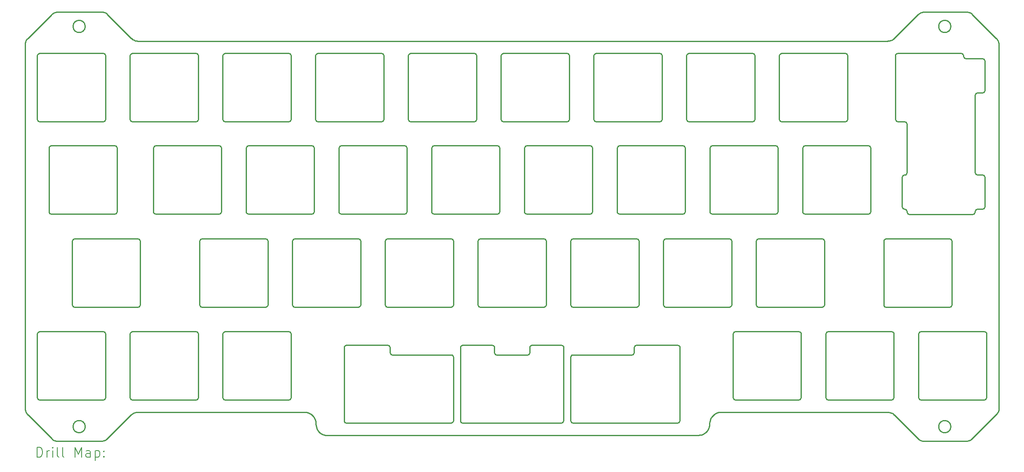
<source format=gbr>
%TF.GenerationSoftware,KiCad,Pcbnew,7.0.6*%
%TF.CreationDate,2023-08-05T15:32:18-04:00*%
%TF.ProjectId,cutiepie-symmetrical-standard-stagger-plate,63757469-6570-4696-952d-73796d6d6574,rev?*%
%TF.SameCoordinates,Original*%
%TF.FileFunction,Drillmap*%
%TF.FilePolarity,Positive*%
%FSLAX45Y45*%
G04 Gerber Fmt 4.5, Leading zero omitted, Abs format (unit mm)*
G04 Created by KiCad (PCBNEW 7.0.6) date 2023-08-05 15:32:18*
%MOMM*%
%LPD*%
G01*
G04 APERTURE LIST*
%ADD10C,0.250000*%
%ADD11C,0.200000*%
G04 APERTURE END LIST*
D10*
X23291137Y-8166097D02*
X23291137Y-8174797D01*
X11196762Y-4919272D02*
X12496762Y-4919272D01*
X20245483Y-10129272D02*
X20219556Y-10122033D01*
X20201518Y-10103105D01*
X20195483Y-10079272D01*
X24929262Y-11984272D02*
X24922023Y-12010198D01*
X24903095Y-12028237D01*
X24879262Y-12034272D01*
X7386762Y-4919272D02*
X8686762Y-4919272D01*
X11118001Y-6865872D02*
X11118001Y-8165872D01*
X9718001Y-6865872D02*
X9725239Y-6839945D01*
X9744168Y-6821906D01*
X9768001Y-6815872D01*
X24691137Y-7366097D02*
X24691137Y-5778497D01*
X13578001Y-6815872D02*
X14878001Y-6815872D01*
X12625483Y-10129272D02*
X12599556Y-10122033D01*
X12581518Y-10103105D01*
X12575483Y-10079272D01*
X21119262Y-10684272D02*
X21119262Y-11984272D01*
X24929262Y-10684272D02*
X24929262Y-11984272D01*
X6877795Y-12828198D02*
X7360644Y-12345360D01*
X13101762Y-6319272D02*
X13075835Y-6312033D01*
X13057797Y-6293104D01*
X13051762Y-6269272D01*
X16191712Y-12510547D02*
X14169312Y-12510547D01*
X24691137Y-8166097D02*
X24698376Y-8140170D01*
X24717304Y-8122132D01*
X24741137Y-8116097D01*
X11196762Y-6319272D02*
X11170835Y-6312033D01*
X11152797Y-6293104D01*
X11146762Y-6269272D01*
X24641137Y-8224797D02*
X24667064Y-8217559D01*
X24685102Y-8198630D01*
X24691137Y-8174797D01*
X23241137Y-8116097D02*
X23267064Y-8123336D01*
X23285102Y-8142264D01*
X23291137Y-8166097D01*
X17338001Y-6865872D02*
X17345239Y-6839945D01*
X17364168Y-6821906D01*
X17388001Y-6815872D01*
X7336762Y-11984272D02*
X7336762Y-10684272D01*
X24453012Y-4969297D02*
X24445773Y-4943371D01*
X24426845Y-4925332D01*
X24403012Y-4919297D01*
X22814908Y-8779272D02*
X22822147Y-8753345D01*
X22841075Y-8735306D01*
X22864908Y-8729272D01*
X5431762Y-10684272D02*
X5439001Y-10658345D01*
X5457929Y-10640306D01*
X5481762Y-10634272D01*
X25181800Y-4749639D02*
X25179608Y-4720105D01*
X25173155Y-4691472D01*
X25162624Y-4664182D01*
X25148197Y-4638679D01*
X25130060Y-4615404D01*
X25123221Y-4608217D01*
X24164908Y-8729272D02*
X24190835Y-8736510D01*
X24208873Y-8755439D01*
X24214908Y-8779272D01*
X23529262Y-10684272D02*
X23536501Y-10658345D01*
X23555429Y-10640306D01*
X23579262Y-10634272D01*
X23291137Y-7366097D02*
X23283898Y-7392024D01*
X23264970Y-7410063D01*
X23241137Y-7416097D01*
X24891137Y-5078497D02*
X24883898Y-5052571D01*
X24864970Y-5034532D01*
X24841137Y-5028497D01*
X18579312Y-12510547D02*
X16435512Y-12510547D01*
X25123221Y-4608217D02*
X24640375Y-4125371D01*
X23103012Y-6319797D02*
X23241137Y-6319797D01*
X18766762Y-6269272D02*
X18766762Y-4969272D01*
X23657109Y-4066793D02*
X23627575Y-4068985D01*
X23598942Y-4075438D01*
X23571652Y-4085969D01*
X23546149Y-4100395D01*
X23522874Y-4118532D01*
X23515688Y-4125371D01*
X14169312Y-12510547D02*
X14143385Y-12503309D01*
X14125347Y-12484380D01*
X14119312Y-12460547D01*
X24741137Y-8116097D02*
X24841137Y-8116097D01*
X16783001Y-8215872D02*
X15483001Y-8215872D01*
X11380711Y-12762970D02*
X19010162Y-12762970D01*
X22548001Y-6865872D02*
X22548001Y-8165872D01*
X7496033Y-8729297D02*
X7521960Y-8736536D01*
X7539998Y-8755464D01*
X7546033Y-8779297D01*
X14769312Y-10910547D02*
X14795239Y-10917786D01*
X14813277Y-10936714D01*
X14819312Y-10960547D01*
X16833001Y-6865872D02*
X16833001Y-8165872D01*
X14928001Y-6865872D02*
X14928001Y-8165872D01*
X11731712Y-12460547D02*
X11731712Y-10960547D01*
X23053012Y-6269797D02*
X23060251Y-6295724D01*
X23079179Y-6313763D01*
X23103012Y-6319797D01*
X18688001Y-6815872D02*
X18713928Y-6823110D01*
X18731966Y-6842039D01*
X18738001Y-6865872D01*
X18579312Y-10910547D02*
X18605239Y-10917786D01*
X18623277Y-10936714D01*
X18629312Y-10960547D01*
X23024262Y-11984272D02*
X23017023Y-12010198D01*
X22998095Y-12028237D01*
X22974262Y-12034272D01*
X14819312Y-10960547D02*
X14819312Y-11061047D01*
X11068001Y-8215872D02*
X9768001Y-8215872D01*
X11731712Y-10960547D02*
X11738951Y-10934621D01*
X11757879Y-10916582D01*
X11781712Y-10910547D01*
X6781762Y-12034272D02*
X5481762Y-12034272D01*
X10591762Y-6319272D02*
X9291762Y-6319272D01*
X19293001Y-8215872D02*
X19267074Y-8208633D01*
X19249035Y-8189704D01*
X19243001Y-8165872D01*
X22498001Y-8215872D02*
X21198001Y-8215872D01*
X23191137Y-8066097D02*
X23198376Y-8092024D01*
X23217304Y-8110063D01*
X23241137Y-8116097D01*
X18211762Y-6319272D02*
X16911762Y-6319272D01*
X22864908Y-8729272D02*
X24164908Y-8729272D01*
X10641762Y-10684272D02*
X10641762Y-11984272D01*
X13975483Y-10079272D02*
X13968244Y-10105198D01*
X13949316Y-10123237D01*
X13925483Y-10129272D01*
X6196033Y-10129297D02*
X6170106Y-10122059D01*
X6152068Y-10103130D01*
X6146033Y-10079297D01*
X25123180Y-12345543D02*
X25142514Y-12323110D01*
X25158198Y-12298300D01*
X25170048Y-12271557D01*
X25177882Y-12243323D01*
X25181515Y-12214040D01*
X25181761Y-12204123D01*
X18816762Y-4919272D02*
X20116762Y-4919272D01*
X14169312Y-10910547D02*
X14769312Y-10910547D01*
X7496033Y-10129297D02*
X6196033Y-10129297D01*
X24879262Y-10634272D02*
X24905189Y-10641510D01*
X24923227Y-10660439D01*
X24929262Y-10684272D01*
X18629312Y-12460547D02*
X18622073Y-12486474D01*
X18603145Y-12504513D01*
X18579312Y-12510547D01*
X9213001Y-8165872D02*
X9205762Y-8191798D01*
X9186834Y-8209837D01*
X9163001Y-8215872D01*
X16435483Y-8729272D02*
X17735483Y-8729272D01*
X20195483Y-10079272D02*
X20195483Y-8779272D01*
X7360684Y-4608214D02*
X6877841Y-4125371D01*
X24841137Y-5728497D02*
X24867064Y-5721259D01*
X24885102Y-5702330D01*
X24891137Y-5678497D01*
X16385512Y-11160547D02*
X16392751Y-11134621D01*
X16411679Y-11116582D01*
X16435512Y-11110547D01*
X21148001Y-8165872D02*
X21148001Y-6865872D01*
X21069262Y-12034272D02*
X19769262Y-12034272D01*
X10591762Y-4919272D02*
X10617689Y-4926510D01*
X10635727Y-4945439D01*
X10641762Y-4969272D01*
X10165483Y-8779272D02*
X10165483Y-10079272D01*
X23241137Y-7416097D02*
X23215210Y-7423336D01*
X23197172Y-7442264D01*
X23191137Y-7466097D01*
X17638012Y-11110547D02*
X17663939Y-11103309D01*
X17681977Y-11084380D01*
X17688012Y-11060547D01*
X7069901Y-6865858D02*
X7069901Y-8165858D01*
X24194885Y-12586955D02*
G75*
G03*
X24194885Y-12586955I-125000J0D01*
G01*
X5179262Y-8464670D02*
X5179223Y-12203916D01*
X12070483Y-8779272D02*
X12070483Y-10079272D01*
X23291137Y-6369797D02*
X23291137Y-7366097D01*
X6416116Y-12586771D02*
G75*
G03*
X6416116Y-12586771I-125000J0D01*
G01*
X23515688Y-4125371D02*
X23032841Y-4608218D01*
X10720483Y-8729272D02*
X12020483Y-8729272D01*
X14530483Y-8729272D02*
X15830483Y-8729272D01*
X7813001Y-8165872D02*
X7813001Y-6865872D01*
X20166762Y-6269272D02*
X20159523Y-6295198D01*
X20140595Y-6313237D01*
X20116762Y-6319272D01*
X20721762Y-6319272D02*
X20695835Y-6312033D01*
X20677797Y-6293104D01*
X20671762Y-6269272D01*
X19486335Y-12286797D02*
X22891240Y-12286803D01*
X12496762Y-4919272D02*
X12522689Y-4926510D01*
X12540727Y-4945439D01*
X12546762Y-4969272D01*
X11781712Y-10910547D02*
X12623012Y-10910547D01*
X13101762Y-4919272D02*
X14401762Y-4919272D01*
X22071762Y-4969272D02*
X22071762Y-6269272D01*
X13975512Y-11160547D02*
X13975512Y-12460547D01*
X10165483Y-10079272D02*
X10158245Y-10105198D01*
X10139316Y-10123237D01*
X10115483Y-10129272D01*
X9241762Y-10684272D02*
X9249001Y-10658345D01*
X9267929Y-10640306D01*
X9291762Y-10634272D01*
X8736762Y-10684272D02*
X8736762Y-11984272D01*
X9291762Y-6319272D02*
X9265835Y-6312033D01*
X9247797Y-6293104D01*
X9241762Y-6269272D01*
X20721762Y-4919272D02*
X22021762Y-4919272D01*
X8686762Y-10634272D02*
X8712689Y-10641510D01*
X8730727Y-10660439D01*
X8736762Y-10684272D01*
X23191137Y-7466097D02*
X23191137Y-8066097D01*
X13925483Y-10129272D02*
X12625483Y-10129272D01*
X12070483Y-10079272D02*
X12063244Y-10105198D01*
X12044316Y-10123237D01*
X12020483Y-10129272D01*
X16435512Y-12510547D02*
X16409585Y-12503309D01*
X16391547Y-12484380D01*
X16385512Y-12460547D01*
X5481762Y-12034272D02*
X5455835Y-12027033D01*
X5437797Y-12008104D01*
X5431762Y-11984272D01*
X8736762Y-4969272D02*
X8736762Y-6269272D01*
X22021762Y-4919272D02*
X22047689Y-4926510D01*
X22065727Y-4945439D01*
X22071762Y-4969272D01*
X5179223Y-12203916D02*
X5181415Y-12233450D01*
X5187868Y-12262084D01*
X5198399Y-12289373D01*
X5212824Y-12314877D01*
X5230961Y-12338152D01*
X5237800Y-12345338D01*
X13528001Y-8165872D02*
X13528001Y-6865872D01*
X19640483Y-8729272D02*
X19666410Y-8736510D01*
X19684448Y-8755439D01*
X19690483Y-8779272D01*
X9718001Y-8165872D02*
X9718001Y-6865872D01*
X22891240Y-12286803D02*
X22920774Y-12288994D01*
X22949407Y-12295448D01*
X22976697Y-12305979D01*
X23002201Y-12320406D01*
X23025476Y-12338544D01*
X23032662Y-12345383D01*
X23103012Y-4919297D02*
X23077085Y-4926536D01*
X23059047Y-4945464D01*
X23053012Y-4969297D01*
X12723012Y-11110547D02*
X13925512Y-11110547D01*
X5719901Y-6815858D02*
X7019901Y-6815858D01*
X24891137Y-7466097D02*
X24883898Y-7440170D01*
X24864970Y-7422132D01*
X24841137Y-7416097D01*
X22071762Y-6269272D02*
X22064523Y-6295198D01*
X22045595Y-6313237D01*
X22021762Y-6319272D01*
X18766762Y-4969272D02*
X18774001Y-4943345D01*
X18792929Y-4925306D01*
X18816762Y-4919272D01*
X11673001Y-8215872D02*
X11647074Y-8208633D01*
X11629035Y-8189704D01*
X11623001Y-8165872D01*
X6736373Y-12886775D02*
X6765907Y-12884584D01*
X6794541Y-12878131D01*
X6821830Y-12867600D01*
X6847334Y-12853174D01*
X6870609Y-12835037D01*
X6877795Y-12828198D01*
X17388001Y-8215872D02*
X17362074Y-8208633D01*
X17344035Y-8189704D01*
X17338001Y-8165872D01*
X17735483Y-8729272D02*
X17761410Y-8736510D01*
X17779448Y-8755439D01*
X17785483Y-8779272D01*
X5179262Y-4749636D02*
X5179262Y-8464670D01*
X6781801Y-6319297D02*
X5481801Y-6319297D01*
X14878001Y-6815872D02*
X14903927Y-6823110D01*
X14921966Y-6842039D01*
X14928001Y-6865872D01*
X15433001Y-8165872D02*
X15433001Y-6865872D01*
X17735483Y-10129272D02*
X16435483Y-10129272D01*
X24891137Y-5678497D02*
X24891137Y-5078497D01*
X24164908Y-10129272D02*
X22864908Y-10129272D01*
X17688012Y-10961047D02*
X17695251Y-10935121D01*
X17714179Y-10917082D01*
X17738012Y-10911047D01*
X13975483Y-8779272D02*
X13975483Y-10079272D01*
X24841137Y-7416097D02*
X24741137Y-7416097D01*
X7499634Y-12286797D02*
X10904539Y-12286797D01*
X14480483Y-10079272D02*
X14480483Y-8779272D01*
X15880483Y-10079272D02*
X15873244Y-10105198D01*
X15854316Y-10123237D01*
X15830483Y-10129272D01*
X14956762Y-4969272D02*
X14964001Y-4943345D01*
X14982929Y-4925306D01*
X15006762Y-4919272D01*
X15830483Y-8729272D02*
X15856410Y-8736510D01*
X15874448Y-8755439D01*
X15880483Y-8779272D01*
X21674262Y-10634272D02*
X22974262Y-10634272D01*
X21545483Y-8729272D02*
X21571410Y-8736510D01*
X21589448Y-8755439D01*
X21595483Y-8779272D01*
X12020483Y-8729272D02*
X12046410Y-8736510D01*
X12064448Y-8755439D01*
X12070483Y-8779272D01*
X12575483Y-8779272D02*
X12582722Y-8753345D01*
X12601650Y-8735306D01*
X12625483Y-8729272D01*
X21595483Y-8779272D02*
X21595483Y-10079272D01*
X6831762Y-11984272D02*
X6824523Y-12010198D01*
X6805595Y-12028237D01*
X6781762Y-12034272D01*
X7546033Y-8779297D02*
X7546033Y-10079297D01*
X14956762Y-6269272D02*
X14956762Y-4969272D01*
X9163001Y-6815872D02*
X9188928Y-6823110D01*
X9206966Y-6842039D01*
X9213001Y-6865872D01*
X18261762Y-6269272D02*
X18254523Y-6295198D01*
X18235595Y-6313237D01*
X18211762Y-6319272D01*
X20643001Y-6865872D02*
X20643001Y-8165872D01*
X13023001Y-8165872D02*
X13015762Y-8191798D01*
X12996834Y-8209837D01*
X12973001Y-8215872D01*
X9241762Y-4969272D02*
X9249001Y-4943345D01*
X9267929Y-4925306D01*
X9291762Y-4919272D01*
X9291762Y-12034272D02*
X9265835Y-12027033D01*
X9247797Y-12008104D01*
X9241762Y-11984272D01*
X21595483Y-10079272D02*
X21588245Y-10105198D01*
X21569316Y-10123237D01*
X21545483Y-10129272D01*
X5237841Y-4608214D02*
X5218507Y-4630648D01*
X5202823Y-4655457D01*
X5190974Y-4682201D01*
X5183141Y-4710435D01*
X5179508Y-4739718D01*
X5179262Y-4749636D01*
X18290483Y-10079272D02*
X18290483Y-8779272D01*
X13975512Y-12460547D02*
X13968273Y-12486474D01*
X13949345Y-12504513D01*
X13925512Y-12510547D01*
X19769262Y-10634272D02*
X21069262Y-10634272D01*
X16356762Y-6269272D02*
X16349523Y-6295198D01*
X16330595Y-6313237D01*
X16306762Y-6319272D01*
X7336762Y-4969272D02*
X7344001Y-4943345D01*
X7362929Y-4925306D01*
X7386762Y-4919272D01*
X16861762Y-4969272D02*
X16869001Y-4943345D01*
X16887929Y-4925306D01*
X16911762Y-4919272D01*
X7502105Y-4666793D02*
X7472571Y-4664601D01*
X7443938Y-4658148D01*
X7416648Y-4647616D01*
X7391145Y-4633190D01*
X7367870Y-4615053D01*
X7360684Y-4608214D01*
X6416116Y-4366793D02*
G75*
G03*
X6416116Y-4366793I-125000J0D01*
G01*
X24453012Y-4978497D02*
X24453012Y-4969297D01*
X11118001Y-8165872D02*
X11110762Y-8191798D01*
X11091834Y-8209837D01*
X11068001Y-8215872D01*
X15483001Y-8215872D02*
X15457074Y-8208633D01*
X15439035Y-8189704D01*
X15433001Y-8165872D01*
X5720638Y-12828186D02*
X5743071Y-12847520D01*
X5767881Y-12863204D01*
X5794624Y-12875054D01*
X5822858Y-12882887D01*
X5852141Y-12886520D01*
X5862059Y-12886766D01*
X8815483Y-10129272D02*
X8789556Y-10122033D01*
X8771518Y-10103105D01*
X8765483Y-10079272D01*
X24194885Y-4366795D02*
G75*
G03*
X24194885Y-4366795I-125000J0D01*
G01*
X16385483Y-10079272D02*
X16385483Y-8779272D01*
X17688012Y-11060547D02*
X17688012Y-10961047D01*
X11623001Y-6865872D02*
X11630239Y-6839945D01*
X11649168Y-6821906D01*
X11673001Y-6815872D01*
X5431801Y-6269297D02*
X5431801Y-4969297D01*
X9768001Y-6815872D02*
X11068001Y-6815872D01*
X22498001Y-6815872D02*
X22523927Y-6823110D01*
X22541966Y-6842039D01*
X22548001Y-6865872D01*
X7386762Y-6319272D02*
X7360835Y-6312033D01*
X7342797Y-6293104D01*
X7336762Y-6269272D01*
X6877841Y-4125371D02*
X6855407Y-4106037D01*
X6830598Y-4090354D01*
X6803854Y-4078504D01*
X6775620Y-4070671D01*
X6746337Y-4067038D01*
X6736420Y-4066793D01*
X17388001Y-6815872D02*
X18688001Y-6815872D01*
X11781712Y-12510547D02*
X11755785Y-12503309D01*
X11737747Y-12484380D01*
X11731712Y-12460547D01*
X16861762Y-6269272D02*
X16861762Y-4969272D01*
X14119312Y-10960547D02*
X14126551Y-10934621D01*
X14145479Y-10916582D01*
X14169312Y-10910547D01*
X24741137Y-5728497D02*
X24841137Y-5728497D01*
X14451762Y-4969272D02*
X14451762Y-6269272D01*
X16385483Y-8779272D02*
X16392722Y-8753345D01*
X16411650Y-8735306D01*
X16435483Y-8729272D01*
X23529262Y-11984272D02*
X23529262Y-10684272D01*
X8736762Y-11984272D02*
X8729523Y-12010198D01*
X8710595Y-12028237D01*
X8686762Y-12034272D01*
X5481801Y-4919297D02*
X6781801Y-4919297D01*
X18629312Y-10960547D02*
X18629312Y-12460547D01*
X22974262Y-12034272D02*
X21674262Y-12034272D01*
X19293001Y-6815872D02*
X20593001Y-6815872D01*
X5237800Y-12345338D02*
X5720638Y-12828186D01*
X20245483Y-8729272D02*
X21545483Y-8729272D01*
X19719262Y-11984272D02*
X19719262Y-10684272D01*
X12020483Y-10129272D02*
X10720483Y-10129272D01*
X16911762Y-6319272D02*
X16885835Y-6312033D01*
X16867797Y-6293104D01*
X16861762Y-6269272D01*
X16241712Y-10960547D02*
X16241712Y-12460547D01*
X5481762Y-10634272D02*
X6781762Y-10634272D01*
X5431762Y-11984272D02*
X5431762Y-10684272D01*
X14119312Y-12460547D02*
X14119312Y-10960547D01*
X20643001Y-8165872D02*
X20635762Y-8191798D01*
X20616834Y-8209837D01*
X20593001Y-8215872D01*
X20116762Y-4919272D02*
X20142689Y-4926510D01*
X20160727Y-4945439D01*
X20166762Y-4969272D01*
X19719262Y-10684272D02*
X19726501Y-10658345D01*
X19745429Y-10640306D01*
X19769262Y-10634272D01*
X24498907Y-12886961D02*
X24528441Y-12884770D01*
X24557075Y-12878317D01*
X24584364Y-12867786D01*
X24609868Y-12853360D01*
X24633143Y-12835223D01*
X24640329Y-12828384D01*
X5862059Y-12886766D02*
X6736373Y-12886775D01*
X15880483Y-8779272D02*
X15880483Y-10079272D01*
X6831801Y-6269297D02*
X6824562Y-6295224D01*
X6805634Y-6313263D01*
X6781801Y-6319297D01*
X23515642Y-12828373D02*
X23538075Y-12847707D01*
X23562885Y-12863390D01*
X23589628Y-12875240D01*
X23617863Y-12883074D01*
X23647145Y-12886707D01*
X23657063Y-12886953D01*
X20593001Y-8215872D02*
X19293001Y-8215872D01*
X10115483Y-8729272D02*
X10141410Y-8736510D01*
X10159448Y-8755439D01*
X10165483Y-8779272D01*
X11623001Y-8165872D02*
X11623001Y-6865872D01*
X14451762Y-6269272D02*
X14444523Y-6295198D01*
X14425595Y-6313237D01*
X14401762Y-6319272D01*
X24879262Y-12034272D02*
X23579262Y-12034272D01*
X16833001Y-8165872D02*
X16825762Y-8191798D01*
X16806834Y-8209837D01*
X16783001Y-8215872D01*
X23032662Y-12345383D02*
X23515642Y-12828373D01*
X9768001Y-8215872D02*
X9742074Y-8208633D01*
X9724035Y-8189704D01*
X9718001Y-8165872D01*
X9291762Y-10634272D02*
X10591762Y-10634272D01*
X7360644Y-12345360D02*
X7382705Y-12326303D01*
X7407079Y-12310777D01*
X7433347Y-12298958D01*
X7461087Y-12291025D01*
X7489876Y-12287154D01*
X7499634Y-12286797D01*
X23053012Y-4969297D02*
X23053012Y-6269797D01*
X7336762Y-6269272D02*
X7336762Y-4969272D01*
X12575483Y-10079272D02*
X12575483Y-8779272D01*
X24498954Y-4066793D02*
X23657109Y-4066793D01*
X10591762Y-12034272D02*
X9291762Y-12034272D01*
X16241712Y-12460547D02*
X16234473Y-12486474D01*
X16215545Y-12504513D01*
X16191712Y-12510547D01*
X17338001Y-8165872D02*
X17338001Y-6865872D01*
X6146033Y-8779297D02*
X6153272Y-8753371D01*
X6172200Y-8735332D01*
X6196033Y-8729297D01*
X5720683Y-4125371D02*
X5237841Y-4608214D01*
X13528001Y-6865872D02*
X13535239Y-6839945D01*
X13554168Y-6821906D01*
X13578001Y-6815872D01*
X8765483Y-8779272D02*
X8772722Y-8753345D01*
X8791650Y-8735306D01*
X8815483Y-8729272D01*
X24640329Y-12828384D02*
X25123180Y-12345543D01*
X19236334Y-12536800D02*
X19236334Y-12536797D01*
X12673012Y-10961047D02*
X12673012Y-11060547D01*
X14401762Y-6319272D02*
X13101762Y-6319272D01*
X21119262Y-11984272D02*
X21112023Y-12010198D01*
X21093095Y-12028237D01*
X21069262Y-12034272D01*
X11068001Y-6815872D02*
X11093928Y-6823110D01*
X11111966Y-6842039D01*
X11118001Y-6865872D01*
X16911762Y-4919272D02*
X18211762Y-4919272D01*
X14928001Y-8165872D02*
X14920762Y-8191798D01*
X14901834Y-8209837D01*
X14878001Y-8215872D01*
X7019901Y-6815858D02*
X7045827Y-6823097D01*
X7063866Y-6842025D01*
X7069901Y-6865858D01*
X8686762Y-4919272D02*
X8712689Y-4926510D01*
X8730727Y-4945439D01*
X8736762Y-4969272D01*
X8815483Y-8729272D02*
X10115483Y-8729272D01*
X24403012Y-4919297D02*
X23103012Y-4919297D01*
X10641762Y-4969272D02*
X10641762Y-6269272D01*
X7863001Y-8215872D02*
X7837074Y-8208633D01*
X7819035Y-8189704D01*
X7813001Y-8165872D01*
X14878001Y-8215872D02*
X13578001Y-8215872D01*
X18211762Y-4919272D02*
X18237689Y-4926510D01*
X18255727Y-4945439D01*
X18261762Y-4969272D01*
X16435512Y-11110547D02*
X17638012Y-11110547D01*
X15830483Y-10129272D02*
X14530483Y-10129272D01*
X5862105Y-4066793D02*
X5832571Y-4068984D01*
X5803938Y-4075438D01*
X5776648Y-4085969D01*
X5751145Y-4100395D01*
X5727870Y-4118532D01*
X5720683Y-4125371D01*
X16191712Y-10910547D02*
X16217639Y-10917786D01*
X16235677Y-10936714D01*
X16241712Y-10960547D01*
X20116762Y-6319272D02*
X18816762Y-6319272D01*
X17785483Y-8779272D02*
X17785483Y-10079272D01*
X9213001Y-6865872D02*
X9213001Y-8165872D01*
X22814908Y-10079272D02*
X22814908Y-8779272D01*
X14530483Y-10129272D02*
X14504556Y-10122033D01*
X14486518Y-10103105D01*
X14480483Y-10079272D01*
X11154539Y-12536797D02*
X11157145Y-12571241D01*
X11164707Y-12604054D01*
X11176842Y-12634852D01*
X11193166Y-12663252D01*
X11213294Y-12688871D01*
X11236845Y-12711323D01*
X11263433Y-12730226D01*
X11292675Y-12745196D01*
X11324187Y-12755849D01*
X11357586Y-12761802D01*
X11380711Y-12762970D01*
X18340483Y-8729272D02*
X19640483Y-8729272D01*
X13578001Y-8215872D02*
X13552074Y-8208633D01*
X13534035Y-8189704D01*
X13528001Y-8165872D01*
X15491712Y-11111047D02*
X15517639Y-11103809D01*
X15535677Y-11084880D01*
X15541712Y-11061047D01*
X10641762Y-6269272D02*
X10634523Y-6295198D01*
X10615595Y-6313237D01*
X10591762Y-6319272D01*
X16356762Y-4969272D02*
X16356762Y-6269272D01*
X15006762Y-4919272D02*
X16306762Y-4919272D01*
X18738001Y-6865872D02*
X18738001Y-8165872D01*
X18290483Y-8779272D02*
X18297722Y-8753345D01*
X18316650Y-8735306D01*
X18340483Y-8729272D01*
X5669901Y-6865858D02*
X5677139Y-6839931D01*
X5696068Y-6821893D01*
X5719901Y-6815858D01*
X19640483Y-10129272D02*
X18340483Y-10129272D01*
X24741137Y-7416097D02*
X24715210Y-7408859D01*
X24697172Y-7389930D01*
X24691137Y-7366097D01*
X15433001Y-6865872D02*
X15440239Y-6839945D01*
X15459168Y-6821906D01*
X15483001Y-6815872D01*
X21198001Y-8215872D02*
X21172074Y-8208633D01*
X21154035Y-8189704D01*
X21148001Y-8165872D01*
X23241137Y-6319797D02*
X23267064Y-6327036D01*
X23285102Y-6345964D01*
X23291137Y-6369797D01*
X16306762Y-6319272D02*
X15006762Y-6319272D01*
X17785483Y-10079272D02*
X17778245Y-10105198D01*
X17759316Y-10123237D01*
X17735483Y-10129272D01*
X14401762Y-4919272D02*
X14427689Y-4926510D01*
X14445727Y-4945439D01*
X14451762Y-4969272D01*
X7336762Y-10684272D02*
X7344001Y-10658345D01*
X7362929Y-10640306D01*
X7386762Y-10634272D01*
X10670483Y-10079272D02*
X10670483Y-8779272D01*
X9241762Y-11984272D02*
X9241762Y-10684272D01*
X21069262Y-10634272D02*
X21095189Y-10641510D01*
X21113227Y-10660439D01*
X21119262Y-10684272D01*
X19243001Y-6865872D02*
X19250239Y-6839945D01*
X19269168Y-6821906D01*
X19293001Y-6815872D01*
X6781762Y-10634272D02*
X6807689Y-10641510D01*
X6825727Y-10660439D01*
X6831762Y-10684272D01*
X15006762Y-6319272D02*
X14980835Y-6312033D01*
X14962797Y-6293104D01*
X14956762Y-6269272D01*
X6736420Y-4066793D02*
X5862105Y-4066793D01*
X18688001Y-8215872D02*
X17388001Y-8215872D01*
X12546762Y-6269272D02*
X12539523Y-6295198D01*
X12520595Y-6313237D01*
X12496762Y-6319272D01*
X18340483Y-10129272D02*
X18314556Y-10122033D01*
X18296518Y-10103105D01*
X18290483Y-10079272D01*
X15483001Y-6815872D02*
X16783001Y-6815872D01*
X23657063Y-12886953D02*
X24498907Y-12886961D01*
X15591712Y-10910547D02*
X16191712Y-10910547D01*
X24214908Y-10079272D02*
X24207669Y-10105198D01*
X24188741Y-10123237D01*
X24164908Y-10129272D01*
X12496762Y-6319272D02*
X11196762Y-6319272D01*
X22021762Y-6319272D02*
X20721762Y-6319272D01*
X13023001Y-6865872D02*
X13023001Y-8165872D01*
X21624262Y-11984272D02*
X21624262Y-10684272D01*
X14480483Y-8779272D02*
X14487722Y-8753345D01*
X14506650Y-8735306D01*
X14530483Y-8729272D01*
X6146033Y-10079297D02*
X6146033Y-8779297D01*
X22974262Y-10634272D02*
X23000189Y-10641510D01*
X23018227Y-10660439D01*
X23024262Y-10684272D01*
X23341137Y-8224797D02*
X24641137Y-8224797D01*
X7863001Y-6815872D02*
X9163001Y-6815872D01*
X10670483Y-8779272D02*
X10677722Y-8753345D01*
X10696650Y-8735306D01*
X10720483Y-8729272D01*
X7813001Y-6865872D02*
X7820239Y-6839945D01*
X7839168Y-6821906D01*
X7863001Y-6815872D01*
X6831801Y-4969297D02*
X6831801Y-6269297D01*
X12625483Y-8729272D02*
X13925483Y-8729272D01*
X8686762Y-6319272D02*
X7386762Y-6319272D01*
X19010162Y-12762970D02*
X19044605Y-12760364D01*
X19077418Y-12752802D01*
X19108216Y-12740667D01*
X19136616Y-12724344D01*
X19162234Y-12704215D01*
X19184686Y-12680665D01*
X19203589Y-12654078D01*
X19218560Y-12624836D01*
X19229213Y-12593324D01*
X19235166Y-12559925D01*
X19236334Y-12536800D01*
X23024262Y-10684272D02*
X23024262Y-11984272D01*
X13925512Y-12510547D02*
X11781712Y-12510547D01*
X21674262Y-12034272D02*
X21648335Y-12027033D01*
X21630297Y-12008104D01*
X21624262Y-11984272D01*
X16435483Y-10129272D02*
X16409556Y-10122033D01*
X16391518Y-10103105D01*
X16385483Y-10079272D01*
X12673012Y-11060547D02*
X12680251Y-11086474D01*
X12699179Y-11104513D01*
X12723012Y-11110547D01*
X12546762Y-4969272D02*
X12546762Y-6269272D01*
X17738012Y-10911047D02*
X18579312Y-10911047D01*
X10591762Y-10634272D02*
X10617689Y-10641510D01*
X10635727Y-10660439D01*
X10641762Y-10684272D01*
X14819312Y-11061047D02*
X14826551Y-11086974D01*
X14845479Y-11105013D01*
X14869312Y-11111047D01*
X20671762Y-6269272D02*
X20671762Y-4969272D01*
X16783001Y-6815872D02*
X16808928Y-6823110D01*
X16826966Y-6842039D01*
X16833001Y-6865872D01*
X12623012Y-10910547D02*
X12623012Y-10911047D01*
X9241762Y-6269272D02*
X9241762Y-4969272D01*
X22891419Y-4666797D02*
X7502105Y-4666793D01*
X9291762Y-4919272D02*
X10591762Y-4919272D01*
X18816762Y-6319272D02*
X18790835Y-6312033D01*
X18772797Y-6293104D01*
X18766762Y-6269272D01*
X7069901Y-8165858D02*
X7062662Y-8191785D01*
X7043734Y-8209823D01*
X7019901Y-8215858D01*
X10720483Y-10129272D02*
X10694556Y-10122033D01*
X10676518Y-10103105D01*
X10670483Y-10079272D01*
X13051762Y-4969272D02*
X13059001Y-4943345D01*
X13077929Y-4925306D01*
X13101762Y-4919272D01*
X20195483Y-8779272D02*
X20202722Y-8753345D01*
X20221650Y-8735306D01*
X20245483Y-8729272D01*
X23291137Y-8174797D02*
X23298376Y-8200724D01*
X23317304Y-8218763D01*
X23341137Y-8224797D01*
X9163001Y-8215872D02*
X7863001Y-8215872D01*
X21545483Y-10129272D02*
X20245483Y-10129272D01*
X24841137Y-5028497D02*
X24503012Y-5028497D01*
X24691137Y-8174797D02*
X24691137Y-8166097D01*
X8686762Y-12034272D02*
X7386762Y-12034272D01*
X6831762Y-10684272D02*
X6831762Y-11984272D01*
X19236334Y-12536797D02*
X19237625Y-12511236D01*
X19241413Y-12486413D01*
X19251504Y-12450839D01*
X19266508Y-12417632D01*
X19286000Y-12387218D01*
X19309558Y-12360020D01*
X19336755Y-12336463D01*
X19367170Y-12316971D01*
X19400376Y-12301967D01*
X19435951Y-12291876D01*
X19460773Y-12288088D01*
X19486335Y-12286797D01*
X10904539Y-12286797D02*
X10930100Y-12288088D01*
X10954923Y-12291876D01*
X10990497Y-12301967D01*
X11023704Y-12316971D01*
X11054118Y-12336463D01*
X11081316Y-12360021D01*
X11104873Y-12387218D01*
X11124365Y-12417632D01*
X11139369Y-12450839D01*
X11149460Y-12486414D01*
X11153248Y-12511236D01*
X11154539Y-12536797D01*
X20671762Y-4969272D02*
X20679001Y-4943345D01*
X20697929Y-4925306D01*
X20721762Y-4919272D01*
X21624262Y-10684272D02*
X21631501Y-10658345D01*
X21650429Y-10640306D01*
X21674262Y-10634272D01*
X11673001Y-6815872D02*
X12973001Y-6815872D01*
X18579312Y-10911047D02*
X18579312Y-10910547D01*
X6781801Y-4919297D02*
X6807727Y-4926536D01*
X6825766Y-4945464D01*
X6831801Y-4969297D01*
X20593001Y-6815872D02*
X20618928Y-6823110D01*
X20636966Y-6842039D01*
X20643001Y-6865872D01*
X22548001Y-8165872D02*
X22540762Y-8191798D01*
X22521834Y-8209837D01*
X22498001Y-8215872D01*
X5719901Y-8215858D02*
X5693974Y-8208619D01*
X5675935Y-8189691D01*
X5669901Y-8165858D01*
X7386762Y-10634272D02*
X8686762Y-10634272D01*
X10115483Y-10129272D02*
X8815483Y-10129272D01*
X10641762Y-11984272D02*
X10634523Y-12010198D01*
X10615595Y-12028237D01*
X10591762Y-12034272D01*
X8765483Y-10079272D02*
X8765483Y-8779272D01*
X16385512Y-12460547D02*
X16385512Y-11160547D01*
X22864908Y-10129272D02*
X22838981Y-10122033D01*
X22820943Y-10103105D01*
X22814908Y-10079272D01*
X24691137Y-5778497D02*
X24698376Y-5752570D01*
X24717304Y-5734532D01*
X24741137Y-5728497D01*
X19690483Y-8779272D02*
X19690483Y-10079272D01*
X24214908Y-8779272D02*
X24214908Y-10079272D01*
X12973001Y-8215872D02*
X11673001Y-8215872D01*
X11146762Y-6269272D02*
X11146762Y-4969272D01*
X24841137Y-8116097D02*
X24867064Y-8108859D01*
X24885102Y-8089930D01*
X24891137Y-8066097D01*
X13051762Y-6269272D02*
X13051762Y-4969272D01*
X23579262Y-10634272D02*
X24879262Y-10634272D01*
X8736762Y-6269272D02*
X8729523Y-6295198D01*
X8710595Y-6313237D01*
X8686762Y-6319272D01*
X15541712Y-11061047D02*
X15541712Y-10960547D01*
X7386762Y-12034272D02*
X7360835Y-12027033D01*
X7342797Y-12008104D01*
X7336762Y-11984272D01*
X13925512Y-11110547D02*
X13951439Y-11117786D01*
X13969477Y-11136714D01*
X13975512Y-11160547D01*
X15541712Y-10960547D02*
X15548951Y-10934621D01*
X15567879Y-10916582D01*
X15591712Y-10910547D01*
X13925483Y-8729272D02*
X13951410Y-8736510D01*
X13969448Y-8755439D01*
X13975483Y-8779272D01*
X19243001Y-8165872D02*
X19243001Y-6865872D01*
X23032841Y-4608218D02*
X23010407Y-4627552D01*
X22985597Y-4643236D01*
X22958854Y-4655086D01*
X22930620Y-4662919D01*
X22901337Y-4666551D01*
X22891419Y-4666797D01*
X12623012Y-10911047D02*
X12648939Y-10918286D01*
X12666977Y-10937214D01*
X12673012Y-10961047D01*
X21198001Y-6815872D02*
X22498001Y-6815872D01*
X12973001Y-6815872D02*
X12998927Y-6823110D01*
X13016966Y-6842039D01*
X13023001Y-6865872D01*
X14869312Y-11111047D02*
X15491712Y-11111047D01*
X19769262Y-12034272D02*
X19743335Y-12027033D01*
X19725297Y-12008104D01*
X19719262Y-11984272D01*
X5481801Y-6319297D02*
X5455874Y-6312059D01*
X5437835Y-6293130D01*
X5431801Y-6269297D01*
X24891137Y-8066097D02*
X24891137Y-7466097D01*
X7019901Y-8215858D02*
X5719901Y-8215858D01*
X18261762Y-4969272D02*
X18261762Y-6269272D01*
X6196033Y-8729297D02*
X7496033Y-8729297D01*
X7546033Y-10079297D02*
X7538794Y-10105224D01*
X7519866Y-10123263D01*
X7496033Y-10129297D01*
X24503012Y-5028497D02*
X24477085Y-5021259D01*
X24459047Y-5002330D01*
X24453012Y-4978497D01*
X5669901Y-8165858D02*
X5669901Y-6865858D01*
X19690483Y-10079272D02*
X19683245Y-10105198D01*
X19664316Y-10123237D01*
X19640483Y-10129272D01*
X20166762Y-4969272D02*
X20166762Y-6269272D01*
X25181761Y-12204123D02*
X25181800Y-4749639D01*
X24640375Y-4125371D02*
X24617941Y-4106037D01*
X24593132Y-4090354D01*
X24566388Y-4078504D01*
X24538154Y-4070671D01*
X24508871Y-4067038D01*
X24498954Y-4066793D01*
X16306762Y-4919272D02*
X16332689Y-4926510D01*
X16350727Y-4945439D01*
X16356762Y-4969272D01*
X21148001Y-6865872D02*
X21155239Y-6839945D01*
X21174168Y-6821906D01*
X21198001Y-6815872D01*
X11146762Y-4969272D02*
X11154001Y-4943345D01*
X11172929Y-4925306D01*
X11196762Y-4919272D01*
X18738001Y-8165872D02*
X18730762Y-8191798D01*
X18711834Y-8209837D01*
X18688001Y-8215872D01*
X5431801Y-4969297D02*
X5439039Y-4943371D01*
X5457968Y-4925332D01*
X5481801Y-4919297D01*
X23579262Y-12034272D02*
X23553335Y-12027033D01*
X23535297Y-12008104D01*
X23529262Y-11984272D01*
D11*
X5427499Y-13210946D02*
X5427499Y-13010946D01*
X5427499Y-13010946D02*
X5475118Y-13010946D01*
X5475118Y-13010946D02*
X5503690Y-13020470D01*
X5503690Y-13020470D02*
X5522737Y-13039517D01*
X5522737Y-13039517D02*
X5532261Y-13058565D01*
X5532261Y-13058565D02*
X5541785Y-13096660D01*
X5541785Y-13096660D02*
X5541785Y-13125232D01*
X5541785Y-13125232D02*
X5532261Y-13163327D01*
X5532261Y-13163327D02*
X5522737Y-13182374D01*
X5522737Y-13182374D02*
X5503690Y-13201422D01*
X5503690Y-13201422D02*
X5475118Y-13210946D01*
X5475118Y-13210946D02*
X5427499Y-13210946D01*
X5627499Y-13210946D02*
X5627499Y-13077612D01*
X5627499Y-13115708D02*
X5637023Y-13096660D01*
X5637023Y-13096660D02*
X5646547Y-13087136D01*
X5646547Y-13087136D02*
X5665594Y-13077612D01*
X5665594Y-13077612D02*
X5684642Y-13077612D01*
X5751309Y-13210946D02*
X5751309Y-13077612D01*
X5751309Y-13010946D02*
X5741785Y-13020470D01*
X5741785Y-13020470D02*
X5751309Y-13029993D01*
X5751309Y-13029993D02*
X5760833Y-13020470D01*
X5760833Y-13020470D02*
X5751309Y-13010946D01*
X5751309Y-13010946D02*
X5751309Y-13029993D01*
X5875118Y-13210946D02*
X5856071Y-13201422D01*
X5856071Y-13201422D02*
X5846547Y-13182374D01*
X5846547Y-13182374D02*
X5846547Y-13010946D01*
X5979880Y-13210946D02*
X5960833Y-13201422D01*
X5960833Y-13201422D02*
X5951309Y-13182374D01*
X5951309Y-13182374D02*
X5951309Y-13010946D01*
X6208452Y-13210946D02*
X6208452Y-13010946D01*
X6208452Y-13010946D02*
X6275118Y-13153803D01*
X6275118Y-13153803D02*
X6341785Y-13010946D01*
X6341785Y-13010946D02*
X6341785Y-13210946D01*
X6522737Y-13210946D02*
X6522737Y-13106184D01*
X6522737Y-13106184D02*
X6513214Y-13087136D01*
X6513214Y-13087136D02*
X6494166Y-13077612D01*
X6494166Y-13077612D02*
X6456071Y-13077612D01*
X6456071Y-13077612D02*
X6437023Y-13087136D01*
X6522737Y-13201422D02*
X6503690Y-13210946D01*
X6503690Y-13210946D02*
X6456071Y-13210946D01*
X6456071Y-13210946D02*
X6437023Y-13201422D01*
X6437023Y-13201422D02*
X6427499Y-13182374D01*
X6427499Y-13182374D02*
X6427499Y-13163327D01*
X6427499Y-13163327D02*
X6437023Y-13144279D01*
X6437023Y-13144279D02*
X6456071Y-13134755D01*
X6456071Y-13134755D02*
X6503690Y-13134755D01*
X6503690Y-13134755D02*
X6522737Y-13125232D01*
X6617975Y-13077612D02*
X6617975Y-13277612D01*
X6617975Y-13087136D02*
X6637023Y-13077612D01*
X6637023Y-13077612D02*
X6675118Y-13077612D01*
X6675118Y-13077612D02*
X6694166Y-13087136D01*
X6694166Y-13087136D02*
X6703690Y-13096660D01*
X6703690Y-13096660D02*
X6713214Y-13115708D01*
X6713214Y-13115708D02*
X6713214Y-13172851D01*
X6713214Y-13172851D02*
X6703690Y-13191898D01*
X6703690Y-13191898D02*
X6694166Y-13201422D01*
X6694166Y-13201422D02*
X6675118Y-13210946D01*
X6675118Y-13210946D02*
X6637023Y-13210946D01*
X6637023Y-13210946D02*
X6617975Y-13201422D01*
X6798928Y-13191898D02*
X6808452Y-13201422D01*
X6808452Y-13201422D02*
X6798928Y-13210946D01*
X6798928Y-13210946D02*
X6789404Y-13201422D01*
X6789404Y-13201422D02*
X6798928Y-13191898D01*
X6798928Y-13191898D02*
X6798928Y-13210946D01*
X6798928Y-13087136D02*
X6808452Y-13096660D01*
X6808452Y-13096660D02*
X6798928Y-13106184D01*
X6798928Y-13106184D02*
X6789404Y-13096660D01*
X6789404Y-13096660D02*
X6798928Y-13087136D01*
X6798928Y-13087136D02*
X6798928Y-13106184D01*
M02*

</source>
